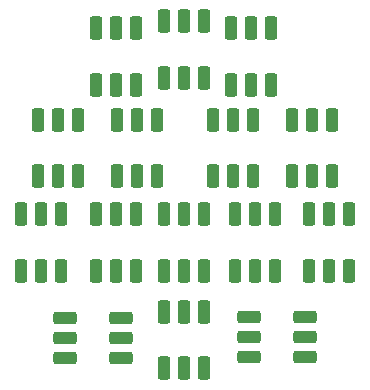
<source format=gtp>
G04*
G04 #@! TF.GenerationSoftware,Altium Limited,Altium Designer,21.4.1 (30)*
G04*
G04 Layer_Color=8421504*
%FSLAX25Y25*%
%MOIN*%
G70*
G04*
G04 #@! TF.SameCoordinates,C5A25FCA-50C6-4F6C-8C9A-811C773B13C6*
G04*
G04*
G04 #@! TF.FilePolarity,Positive*
G04*
G01*
G75*
G04:AMPARAMS|DCode=12|XSize=78.74mil|YSize=43.31mil|CornerRadius=10.83mil|HoleSize=0mil|Usage=FLASHONLY|Rotation=180.000|XOffset=0mil|YOffset=0mil|HoleType=Round|Shape=RoundedRectangle|*
%AMROUNDEDRECTD12*
21,1,0.07874,0.02165,0,0,180.0*
21,1,0.05709,0.04331,0,0,180.0*
1,1,0.02165,-0.02854,0.01083*
1,1,0.02165,0.02854,0.01083*
1,1,0.02165,0.02854,-0.01083*
1,1,0.02165,-0.02854,-0.01083*
%
%ADD12ROUNDEDRECTD12*%
G04:AMPARAMS|DCode=13|XSize=78.74mil|YSize=43.31mil|CornerRadius=10.83mil|HoleSize=0mil|Usage=FLASHONLY|Rotation=270.000|XOffset=0mil|YOffset=0mil|HoleType=Round|Shape=RoundedRectangle|*
%AMROUNDEDRECTD13*
21,1,0.07874,0.02165,0,0,270.0*
21,1,0.05709,0.04331,0,0,270.0*
1,1,0.02165,-0.01083,-0.02854*
1,1,0.02165,-0.01083,0.02854*
1,1,0.02165,0.01083,0.02854*
1,1,0.02165,0.01083,-0.02854*
%
%ADD13ROUNDEDRECTD13*%
D12*
X418500Y251000D02*
D03*
Y257693D02*
D03*
Y264386D02*
D03*
X437398Y251000D02*
D03*
Y257693D02*
D03*
Y264386D02*
D03*
X376000Y263992D02*
D03*
Y257299D02*
D03*
Y250606D02*
D03*
X357102Y263992D02*
D03*
Y257299D02*
D03*
Y250606D02*
D03*
D13*
X380945Y341602D02*
D03*
X374252D02*
D03*
X367559D02*
D03*
X380945Y360500D02*
D03*
X374252D02*
D03*
X367559D02*
D03*
X426001Y341602D02*
D03*
X419308D02*
D03*
X412615D02*
D03*
X426001Y360500D02*
D03*
X419308D02*
D03*
X412615D02*
D03*
X427193Y279602D02*
D03*
X420500D02*
D03*
X413807D02*
D03*
X427193Y298500D02*
D03*
X420500D02*
D03*
X413807D02*
D03*
X390307Y362898D02*
D03*
X397000D02*
D03*
X403693D02*
D03*
X390307Y344000D02*
D03*
X397000D02*
D03*
X403693D02*
D03*
X342614Y298500D02*
D03*
X349307D02*
D03*
X356000D02*
D03*
X342614Y279602D02*
D03*
X349307D02*
D03*
X356000D02*
D03*
X446193Y311102D02*
D03*
X439500D02*
D03*
X432807D02*
D03*
X446193Y330000D02*
D03*
X439500D02*
D03*
X432807D02*
D03*
X390114Y266000D02*
D03*
X396807D02*
D03*
X403500D02*
D03*
X390114Y247102D02*
D03*
X396807D02*
D03*
X403500D02*
D03*
X390307Y298500D02*
D03*
X397000D02*
D03*
X403693D02*
D03*
X390307Y279602D02*
D03*
X397000D02*
D03*
X403693D02*
D03*
X406614Y330000D02*
D03*
X413307D02*
D03*
X420000D02*
D03*
X406614Y311102D02*
D03*
X413307D02*
D03*
X420000D02*
D03*
X361500D02*
D03*
X354807D02*
D03*
X348114D02*
D03*
X361500Y330000D02*
D03*
X354807D02*
D03*
X348114D02*
D03*
X374614D02*
D03*
X381307D02*
D03*
X388000D02*
D03*
X374614Y311102D02*
D03*
X381307D02*
D03*
X388000D02*
D03*
X367614Y298500D02*
D03*
X374307D02*
D03*
X381000D02*
D03*
X367614Y279602D02*
D03*
X374307D02*
D03*
X381000D02*
D03*
X452000D02*
D03*
X445307D02*
D03*
X438614D02*
D03*
X452000Y298500D02*
D03*
X445307D02*
D03*
X438614D02*
D03*
M02*

</source>
